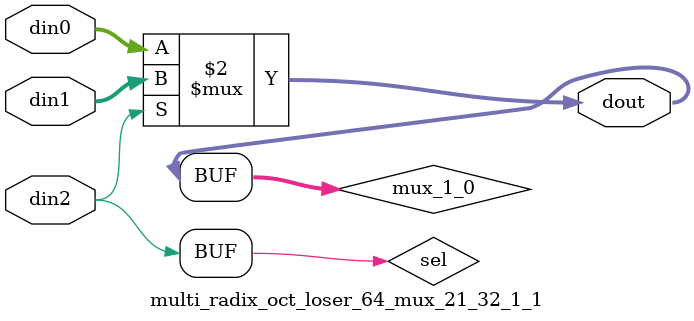
<source format=v>

`timescale 1ns/1ps

module multi_radix_oct_loser_64_mux_21_32_1_1 #(
parameter
    ID                = 0,
    NUM_STAGE         = 1,
    din0_WIDTH       = 32,
    din1_WIDTH       = 32,
    din2_WIDTH         = 32,
    dout_WIDTH            = 32
)(
    input  [31 : 0]     din0,
    input  [31 : 0]     din1,
    input  [0 : 0]    din2,
    output [31 : 0]   dout);

// puts internal signals
wire [0 : 0]     sel;
// level 1 signals
wire [31 : 0]         mux_1_0;

assign sel = din2;

// Generate level 1 logic
assign mux_1_0 = (sel[0] == 0)? din0 : din1;

// output logic
assign dout = mux_1_0;

endmodule

</source>
